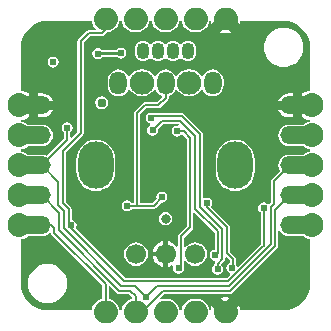
<source format=gtl>
G04*
G04 #@! TF.GenerationSoftware,Altium Limited,Altium Designer,20.1.11 (218)*
G04*
G04 Layer_Physical_Order=1*
G04 Layer_Color=255*
%FSLAX25Y25*%
%MOIN*%
G70*
G04*
G04 #@! TF.SameCoordinates,D123FD50-835F-4742-93E7-4C9011968B41*
G04*
G04*
G04 #@! TF.FilePolarity,Positive*
G04*
G01*
G75*
%ADD10C,0.00800*%
%ADD12C,0.01000*%
%ADD25C,0.01200*%
%ADD26C,0.03937*%
%ADD27O,0.11811X0.05906*%
%ADD28C,0.06693*%
%ADD29O,0.11811X0.15748*%
%ADD30O,0.05900X0.07677*%
%ADD31O,0.08100X0.07677*%
%ADD32O,0.04331X0.05512*%
%ADD33O,0.08000X0.07500*%
%ADD34O,0.07500X0.08000*%
%ADD35C,0.02400*%
%ADD36C,0.03100*%
%ADD37C,0.03200*%
G36*
X41094Y48035D02*
X42751Y47533D01*
X44279Y46716D01*
X45617Y45617D01*
X46716Y44279D01*
X47533Y42751D01*
X48035Y41094D01*
X48201Y39411D01*
X48193Y39370D01*
Y24961D01*
X47560Y24878D01*
X46404Y24399D01*
X45867Y23987D01*
X45594D01*
Y20000D01*
Y16013D01*
X45867D01*
X46404Y15601D01*
X47560Y15122D01*
X48106Y15050D01*
Y14546D01*
X47664Y14488D01*
X46606Y14050D01*
X45998Y13583D01*
X41142D01*
X40214Y13461D01*
X39350Y13103D01*
X38608Y12534D01*
X38038Y11792D01*
X37680Y10927D01*
X37558Y10000D01*
X37680Y9072D01*
X38038Y8208D01*
X38608Y7466D01*
X39350Y6897D01*
X40214Y6539D01*
X41142Y6417D01*
X45998D01*
X46606Y5950D01*
X47664Y5512D01*
X48193Y5442D01*
Y4558D01*
X47664Y4488D01*
X46606Y4050D01*
X45998Y3583D01*
X41142D01*
X40214Y3461D01*
X39350Y3103D01*
X38608Y2534D01*
X38038Y1792D01*
X37680Y927D01*
X37558Y-0D01*
X37680Y-927D01*
X38038Y-1792D01*
X38067Y-1829D01*
X35500Y-4397D01*
X35278Y-4728D01*
X35201Y-5118D01*
Y-12433D01*
X34649Y-12985D01*
X34018Y-12941D01*
X33975Y-12876D01*
X33380Y-12478D01*
X32677Y-12338D01*
X31975Y-12478D01*
X31380Y-12876D01*
X30982Y-13471D01*
X30842Y-14173D01*
X30982Y-14876D01*
X31380Y-15471D01*
X31658Y-15657D01*
Y-26311D01*
X24263Y-33706D01*
X23788Y-33599D01*
X23730Y-33531D01*
X23460Y-33127D01*
Y-31102D01*
X23383Y-30712D01*
X23162Y-30381D01*
X21492Y-28712D01*
Y-20472D01*
X21414Y-20082D01*
X21193Y-19751D01*
X15182Y-13740D01*
X15475Y-13301D01*
X15615Y-12598D01*
X15475Y-11896D01*
X15077Y-11301D01*
X14482Y-10903D01*
X13780Y-10763D01*
X13077Y-10903D01*
X12928Y-11002D01*
X12487Y-10767D01*
Y10480D01*
X12410Y10870D01*
X12189Y11201D01*
X6133Y17256D01*
X5802Y17477D01*
X5412Y17555D01*
X-3937D01*
X-4260Y17491D01*
X-4724Y17583D01*
X-5427Y17444D01*
X-6022Y17046D01*
X-6420Y16450D01*
X-6560Y15748D01*
X-6420Y15046D01*
X-6022Y14450D01*
X-5427Y14052D01*
X-5134Y13994D01*
X-5066Y13667D01*
X-5082Y13474D01*
X-5628Y13109D01*
X-6026Y12513D01*
X-6166Y11811D01*
X-6026Y11109D01*
X-5628Y10513D01*
X-5033Y10115D01*
X-4331Y9976D01*
X-3628Y10115D01*
X-3033Y10513D01*
X-2635Y11109D01*
X-2495Y11811D01*
X-2561Y12139D01*
X-784Y13916D01*
X4239D01*
X4434Y13664D01*
X4152Y13210D01*
X3937Y13253D01*
X3235Y13113D01*
X2639Y12715D01*
X2241Y12120D01*
X2102Y11417D01*
X2241Y10715D01*
X2639Y10120D01*
X3235Y9722D01*
X3937Y9582D01*
X4639Y9722D01*
X5235Y10120D01*
X5240Y10128D01*
X5848Y10178D01*
X7248Y8778D01*
Y-20050D01*
X4397Y-22901D01*
X4176Y-23232D01*
X4098Y-23622D01*
Y-26908D01*
X3599Y-27077D01*
X3100Y-26428D01*
X2192Y-25731D01*
X1135Y-25293D01*
X750Y-25242D01*
Y-29528D01*
Y-33813D01*
X1135Y-33762D01*
X2192Y-33324D01*
X2212Y-33309D01*
X2437Y-33437D01*
X2620Y-33626D01*
X2495Y-34252D01*
X2635Y-34954D01*
X3033Y-35550D01*
X3628Y-35947D01*
X4331Y-36087D01*
X5033Y-35947D01*
X5628Y-35550D01*
X6026Y-34954D01*
X6166Y-34252D01*
X6073Y-33787D01*
X6138Y-33465D01*
Y-32003D01*
X6638Y-31834D01*
X7028Y-32342D01*
X7852Y-32975D01*
X8812Y-33372D01*
X9843Y-33508D01*
X10873Y-33372D01*
X11833Y-32975D01*
X12657Y-32342D01*
X13290Y-31518D01*
X13687Y-30558D01*
X13823Y-29528D01*
X13687Y-28497D01*
X13290Y-27537D01*
X12657Y-26713D01*
X11833Y-26080D01*
X10873Y-25683D01*
X9843Y-25547D01*
X8812Y-25683D01*
X7852Y-26080D01*
X7028Y-26713D01*
X6638Y-27221D01*
X6138Y-27052D01*
Y-24044D01*
X8989Y-21193D01*
X9210Y-20863D01*
X9287Y-20472D01*
Y-16007D01*
X9749Y-15816D01*
X16342Y-22409D01*
Y-28124D01*
X15833Y-28226D01*
X15238Y-28624D01*
X14840Y-29219D01*
X14700Y-29921D01*
X14840Y-30624D01*
X15238Y-31219D01*
X15833Y-31617D01*
X16288Y-31707D01*
X16376Y-31818D01*
X16514Y-32232D01*
X16381Y-32432D01*
X16303Y-32822D01*
Y-33162D01*
X16025Y-33348D01*
X15627Y-33943D01*
X15488Y-34646D01*
X15627Y-35348D01*
X16025Y-35943D01*
X16621Y-36341D01*
X17323Y-36481D01*
X18025Y-36341D01*
X18621Y-35943D01*
X19018Y-35348D01*
X19158Y-34646D01*
X19018Y-33943D01*
X18621Y-33348D01*
X18586Y-33000D01*
X19619Y-31968D01*
X19840Y-31637D01*
X19917Y-31247D01*
Y-31212D01*
X19981Y-30889D01*
Y-30738D01*
X20443Y-30547D01*
X21421Y-31525D01*
Y-32541D01*
X21345Y-32556D01*
X20750Y-32954D01*
X20352Y-33550D01*
X20212Y-34252D01*
X20352Y-34954D01*
X20750Y-35550D01*
X21326Y-35935D01*
X21394Y-35993D01*
X21501Y-36467D01*
X20405Y-37563D01*
X-13279D01*
X-29936Y-20905D01*
X-29801Y-20702D01*
X-29661Y-20000D01*
X-29801Y-19298D01*
X-30198Y-18702D01*
X-30794Y-18304D01*
X-31277Y-18208D01*
Y-14448D01*
X-31354Y-14058D01*
X-31575Y-13727D01*
X-33099Y-12203D01*
Y4534D01*
X-27626Y10008D01*
X-27404Y10339D01*
X-27327Y10729D01*
Y40916D01*
X-25128Y43115D01*
X-21220D01*
X-20830Y43193D01*
X-20499Y43414D01*
X-19462Y44450D01*
X-18614Y44562D01*
X-17556Y45000D01*
X-16647Y45698D01*
X-15950Y46606D01*
X-15512Y47664D01*
X-15442Y48193D01*
X-14558D01*
X-14488Y47664D01*
X-14050Y46606D01*
X-13352Y45698D01*
X-12444Y45000D01*
X-11386Y44562D01*
X-10250Y44412D01*
X-9750D01*
X-8614Y44562D01*
X-7556Y45000D01*
X-6647Y45698D01*
X-5950Y46606D01*
X-5512Y47664D01*
X-5442Y48193D01*
X-4558D01*
X-4488Y47664D01*
X-4050Y46606D01*
X-3353Y45698D01*
X-2444Y45000D01*
X-1386Y44562D01*
X-250Y44412D01*
X250D01*
X1386Y44562D01*
X2444Y45000D01*
X3353Y45698D01*
X4050Y46606D01*
X4488Y47664D01*
X4558Y48193D01*
X5442D01*
X5512Y47664D01*
X5950Y46606D01*
X6647Y45698D01*
X7556Y45000D01*
X8614Y44562D01*
X9750Y44412D01*
X10250D01*
X11386Y44562D01*
X12444Y45000D01*
X13352Y45698D01*
X14050Y46606D01*
X14488Y47664D01*
X14546Y48106D01*
X15050D01*
X15122Y47560D01*
X15601Y46404D01*
X16362Y45412D01*
X17355Y44651D01*
X18510Y44172D01*
X19750Y44009D01*
X20250D01*
X21490Y44172D01*
X22646Y44651D01*
X23638Y45412D01*
X24399Y46404D01*
X24878Y47560D01*
X24961Y48193D01*
X39370D01*
X39411Y48201D01*
X41094Y48035D01*
D02*
G37*
G36*
X-39370Y48193D02*
X-24558D01*
X-24488Y47664D01*
X-24050Y46606D01*
X-23352Y45698D01*
X-23261Y45628D01*
X-23422Y45154D01*
X-25550D01*
X-25941Y45077D01*
X-26272Y44855D01*
X-29067Y42059D01*
X-29288Y41729D01*
X-29366Y41339D01*
Y11152D01*
X-31280Y9238D01*
X-31742Y9429D01*
Y11127D01*
X-31464Y11313D01*
X-31066Y11909D01*
X-30926Y12611D01*
X-31066Y13313D01*
X-31464Y13909D01*
X-32059Y14306D01*
X-32762Y14446D01*
X-33464Y14306D01*
X-34059Y13909D01*
X-34457Y13313D01*
X-34597Y12611D01*
X-34457Y11909D01*
X-34059Y11313D01*
X-33781Y11127D01*
Y8999D01*
X-39581Y3199D01*
X-40214Y3461D01*
X-41142Y3583D01*
X-45998D01*
X-46606Y4050D01*
X-47664Y4488D01*
X-48193Y4558D01*
Y5442D01*
X-47664Y5512D01*
X-46606Y5950D01*
X-45998Y6417D01*
X-41142D01*
X-40214Y6539D01*
X-39350Y6897D01*
X-38608Y7466D01*
X-38038Y8208D01*
X-37680Y9073D01*
X-37558Y10000D01*
X-37680Y10927D01*
X-38038Y11792D01*
X-38608Y12534D01*
X-39350Y13103D01*
X-40214Y13461D01*
X-41142Y13583D01*
X-45998D01*
X-46606Y14050D01*
X-47664Y14488D01*
X-48106Y14546D01*
Y15050D01*
X-47560Y15122D01*
X-46404Y15601D01*
X-45867Y16013D01*
X-45594D01*
Y20000D01*
Y23987D01*
X-45867D01*
X-46404Y24399D01*
X-47560Y24878D01*
X-48193Y24961D01*
Y39370D01*
X-48201Y39411D01*
X-48035Y41094D01*
X-47533Y42751D01*
X-46716Y44279D01*
X-45617Y45617D01*
X-44279Y46716D01*
X-42751Y47533D01*
X-41094Y48035D01*
X-39411Y48201D01*
X-39370Y48193D01*
D02*
G37*
G36*
X-16091Y-42504D02*
X-15760Y-42725D01*
X-15370Y-42802D01*
X-12126D01*
X-11020Y-43908D01*
Y-44514D01*
X-11386Y-44562D01*
X-12444Y-45000D01*
X-13352Y-45698D01*
X-14050Y-46606D01*
X-14488Y-47664D01*
X-14558Y-48193D01*
X-15442D01*
X-15512Y-47664D01*
X-15950Y-46606D01*
X-16647Y-45698D01*
X-17556Y-45000D01*
X-18614Y-44562D01*
X-18980Y-44514D01*
Y-40268D01*
X-18519Y-40076D01*
X-16091Y-42504D01*
D02*
G37*
G36*
X38038Y-21792D02*
X38608Y-22534D01*
X39350Y-23103D01*
X40214Y-23461D01*
X41142Y-23583D01*
X45998D01*
X46606Y-24050D01*
X47664Y-24488D01*
X48193Y-24558D01*
Y-39370D01*
X48201Y-39411D01*
X48035Y-41094D01*
X47533Y-42751D01*
X46716Y-44279D01*
X45617Y-45617D01*
X44279Y-46716D01*
X42751Y-47533D01*
X41094Y-48035D01*
X39411Y-48201D01*
X39370Y-48193D01*
X24961D01*
X24878Y-47560D01*
X24399Y-46404D01*
X23638Y-45412D01*
X22646Y-44651D01*
X21490Y-44172D01*
X20250Y-44009D01*
X19750D01*
X18510Y-44172D01*
X17355Y-44651D01*
X16362Y-45412D01*
X15601Y-46404D01*
X15122Y-47560D01*
X15050Y-48106D01*
X14546D01*
X14488Y-47664D01*
X14050Y-46606D01*
X13352Y-45698D01*
X12444Y-45000D01*
X11386Y-44562D01*
X10250Y-44412D01*
X9750D01*
X8614Y-44562D01*
X7556Y-45000D01*
X6647Y-45698D01*
X5950Y-46606D01*
X5512Y-47664D01*
X5442Y-48193D01*
X4558D01*
X4488Y-47664D01*
X4050Y-46606D01*
X3353Y-45698D01*
X2444Y-45000D01*
X1386Y-44562D01*
X250Y-44412D01*
X-250D01*
X-1386Y-44562D01*
X-1526Y-44620D01*
X-1810Y-44196D01*
X-416Y-42802D01*
X21588D01*
X21978Y-42725D01*
X22309Y-42504D01*
X37237Y-27575D01*
X37458Y-27245D01*
X37535Y-26855D01*
Y-21884D01*
X38035Y-21784D01*
X38038Y-21792D01*
D02*
G37*
G36*
X-38070Y-22654D02*
X-38038Y-22814D01*
X-37817Y-23145D01*
X-21020Y-39943D01*
Y-44514D01*
X-21386Y-44562D01*
X-22444Y-45000D01*
X-23352Y-45698D01*
X-24050Y-46606D01*
X-24488Y-47664D01*
X-24558Y-48193D01*
X-39370D01*
X-39411Y-48201D01*
X-41094Y-48035D01*
X-42751Y-47533D01*
X-44279Y-46716D01*
X-45617Y-45617D01*
X-46716Y-44279D01*
X-47533Y-42751D01*
X-48035Y-41094D01*
X-48201Y-39411D01*
X-48193Y-39370D01*
Y-24558D01*
X-47664Y-24488D01*
X-46606Y-24050D01*
X-45998Y-23583D01*
X-41142D01*
X-40214Y-23461D01*
X-39350Y-23103D01*
X-38608Y-22534D01*
X-38605Y-22529D01*
X-38070Y-22654D01*
D02*
G37*
%LPC*%
G36*
X7500Y41569D02*
X6778Y41474D01*
X6105Y41195D01*
X5528Y40752D01*
X5314Y40473D01*
X4686D01*
X4472Y40752D01*
X3895Y41195D01*
X3222Y41474D01*
X2500Y41569D01*
X1778Y41474D01*
X1105Y41195D01*
X528Y40752D01*
X314Y40473D01*
X-314D01*
X-528Y40752D01*
X-1105Y41195D01*
X-1778Y41474D01*
X-2500Y41569D01*
X-3222Y41474D01*
X-3895Y41195D01*
X-4472Y40752D01*
X-4686Y40473D01*
X-5314D01*
X-5528Y40752D01*
X-6105Y41195D01*
X-6778Y41474D01*
X-7500Y41569D01*
X-8222Y41474D01*
X-8895Y41195D01*
X-9472Y40752D01*
X-9916Y40174D01*
X-10194Y39501D01*
X-10289Y38780D01*
Y37598D01*
X-10194Y36876D01*
X-9916Y36204D01*
X-9472Y35626D01*
X-8895Y35183D01*
X-8222Y34904D01*
X-7500Y34809D01*
X-6778Y34904D01*
X-6105Y35183D01*
X-5528Y35626D01*
X-5314Y35905D01*
X-4686D01*
X-4472Y35626D01*
X-3895Y35183D01*
X-3222Y34904D01*
X-2500Y34809D01*
X-1778Y34904D01*
X-1105Y35183D01*
X-528Y35626D01*
X-314Y35905D01*
X314D01*
X528Y35626D01*
X1105Y35183D01*
X1778Y34904D01*
X2500Y34809D01*
X3222Y34904D01*
X3895Y35183D01*
X4472Y35626D01*
X4686Y35905D01*
X5314D01*
X5528Y35626D01*
X6105Y35183D01*
X6778Y34904D01*
X7500Y34809D01*
X8222Y34904D01*
X8895Y35183D01*
X9472Y35626D01*
X9916Y36204D01*
X10194Y36876D01*
X10289Y37598D01*
Y38780D01*
X10194Y39501D01*
X9916Y40174D01*
X9472Y40752D01*
X8895Y41195D01*
X8222Y41474D01*
X7500Y41569D01*
D02*
G37*
G36*
X-14961Y39237D02*
X-15663Y39097D01*
X-16258Y38699D01*
X-16409Y38474D01*
X-21251D01*
X-21336Y38601D01*
X-21931Y38999D01*
X-22633Y39138D01*
X-23336Y38999D01*
X-23931Y38601D01*
X-24329Y38006D01*
X-24468Y37303D01*
X-24329Y36601D01*
X-23931Y36005D01*
X-23336Y35608D01*
X-22633Y35468D01*
X-21931Y35608D01*
X-21336Y36005D01*
X-21185Y36231D01*
X-16343D01*
X-16258Y36104D01*
X-15663Y35706D01*
X-14961Y35566D01*
X-14258Y35706D01*
X-13663Y36104D01*
X-13265Y36699D01*
X-13125Y37402D01*
X-13265Y38104D01*
X-13663Y38699D01*
X-14258Y39097D01*
X-14961Y39237D01*
D02*
G37*
G36*
X39370Y45907D02*
X38095Y45781D01*
X36869Y45410D01*
X35738Y44805D01*
X34748Y43992D01*
X33935Y43002D01*
X33331Y41872D01*
X32959Y40645D01*
X32833Y39370D01*
X32959Y38095D01*
X33331Y36869D01*
X33935Y35738D01*
X34748Y34748D01*
X35738Y33935D01*
X36869Y33331D01*
X38095Y32959D01*
X39370Y32833D01*
X40645Y32959D01*
X41872Y33331D01*
X43002Y33935D01*
X43992Y34748D01*
X44805Y35738D01*
X45410Y36869D01*
X45781Y38095D01*
X45907Y39370D01*
X45781Y40645D01*
X45410Y41872D01*
X44805Y43002D01*
X43992Y43992D01*
X43002Y44805D01*
X41872Y45410D01*
X40645Y45781D01*
X39370Y45907D01*
D02*
G37*
G36*
X8085Y32036D02*
X7663D01*
X6504Y31883D01*
X5424Y31436D01*
X4497Y30725D01*
X3811Y29831D01*
X3652Y29809D01*
X3264Y29845D01*
X3101Y30238D01*
X2532Y30979D01*
X1790Y31549D01*
X927Y31906D01*
X0Y32028D01*
X-927Y31906D01*
X-1790Y31549D01*
X-2532Y30979D01*
X-3101Y30238D01*
X-3264Y29845D01*
X-3652Y29809D01*
X-3811Y29831D01*
X-4497Y30725D01*
X-5424Y31436D01*
X-6504Y31883D01*
X-7663Y32036D01*
X-8085D01*
X-9244Y31883D01*
X-10324Y31436D01*
X-11251Y30725D01*
X-11937Y29831D01*
X-12096Y29809D01*
X-12484Y29845D01*
X-12647Y30238D01*
X-13216Y30979D01*
X-13958Y31549D01*
X-14821Y31906D01*
X-15748Y32028D01*
X-16675Y31906D01*
X-17538Y31549D01*
X-18280Y30979D01*
X-18849Y30238D01*
X-19207Y29374D01*
X-19329Y28448D01*
Y26671D01*
X-19207Y25744D01*
X-18849Y24880D01*
X-18280Y24139D01*
X-17538Y23570D01*
X-16675Y23212D01*
X-15748Y23090D01*
X-14821Y23212D01*
X-13958Y23570D01*
X-13216Y24139D01*
X-12647Y24880D01*
X-12484Y25273D01*
X-12096Y25309D01*
X-11937Y25288D01*
X-11251Y24393D01*
X-10324Y23682D01*
X-9244Y23235D01*
X-8085Y23082D01*
X-7663D01*
X-6504Y23235D01*
X-5424Y23682D01*
X-4497Y24393D01*
X-3811Y25288D01*
X-3652Y25309D01*
X-3264Y25273D01*
X-3101Y24880D01*
X-2532Y24139D01*
X-1790Y23570D01*
X-1156Y23307D01*
X-1094Y22788D01*
X-2785Y21098D01*
X-6770D01*
X-7160Y21021D01*
X-7491Y20800D01*
X-10170Y18121D01*
X-10391Y17790D01*
X-10468Y17400D01*
Y-12366D01*
X-11316D01*
X-11502Y-12088D01*
X-12097Y-11690D01*
X-12800Y-11551D01*
X-13502Y-11690D01*
X-14097Y-12088D01*
X-14495Y-12684D01*
X-14635Y-13386D01*
X-14495Y-14088D01*
X-14097Y-14683D01*
X-13502Y-15081D01*
X-12800Y-15221D01*
X-12097Y-15081D01*
X-11502Y-14683D01*
X-11316Y-14405D01*
X-3962D01*
X-3572Y-14328D01*
X-3241Y-14107D01*
X-1534Y-12400D01*
X-1206Y-12465D01*
X-504Y-12325D01*
X91Y-11928D01*
X489Y-11332D01*
X629Y-10630D01*
X489Y-9928D01*
X91Y-9332D01*
X-504Y-8934D01*
X-1206Y-8795D01*
X-1909Y-8934D01*
X-2504Y-9332D01*
X-2902Y-9928D01*
X-3042Y-10630D01*
X-2976Y-10958D01*
X-4385Y-12366D01*
X-8429D01*
Y16978D01*
X-6348Y19059D01*
X-2362D01*
X-1972Y19137D01*
X-1641Y19358D01*
X721Y21720D01*
X942Y22051D01*
X1020Y22441D01*
Y23250D01*
X1790Y23570D01*
X2532Y24139D01*
X3101Y24880D01*
X3264Y25273D01*
X3652Y25309D01*
X3811Y25288D01*
X4497Y24393D01*
X5424Y23682D01*
X6504Y23235D01*
X7663Y23082D01*
X8085D01*
X9244Y23235D01*
X10324Y23682D01*
X11251Y24393D01*
X11937Y25288D01*
X12096Y25309D01*
X12484Y25273D01*
X12647Y24880D01*
X13216Y24139D01*
X13958Y23570D01*
X14821Y23212D01*
X15748Y23090D01*
X16675Y23212D01*
X17538Y23570D01*
X18280Y24139D01*
X18849Y24880D01*
X19207Y25744D01*
X19329Y26671D01*
Y28448D01*
X19207Y29374D01*
X18849Y30238D01*
X18280Y30979D01*
X17538Y31549D01*
X16675Y31906D01*
X15748Y32028D01*
X14821Y31906D01*
X13958Y31549D01*
X13216Y30979D01*
X12647Y30238D01*
X12484Y29845D01*
X12096Y29809D01*
X11937Y29831D01*
X11251Y30725D01*
X10324Y31436D01*
X9244Y31883D01*
X8085Y32036D01*
D02*
G37*
G36*
X42595Y23987D02*
X41142D01*
X40110Y23851D01*
X39148Y23453D01*
X38323Y22819D01*
X37689Y21993D01*
X37485Y21500D01*
X42595D01*
Y23987D01*
D02*
G37*
G36*
X-21260Y23058D02*
X-22099Y22891D01*
X-22810Y22416D01*
X-23285Y21705D01*
X-23452Y20866D01*
X-23285Y20027D01*
X-22810Y19316D01*
X-22099Y18841D01*
X-21260Y18674D01*
X-20421Y18841D01*
X-19710Y19316D01*
X-19235Y20027D01*
X-19068Y20866D01*
X-19235Y21705D01*
X-19710Y22416D01*
X-20421Y22891D01*
X-21260Y23058D01*
D02*
G37*
G36*
X42595Y18500D02*
X37485D01*
X37689Y18007D01*
X38323Y17181D01*
X39148Y16547D01*
X40110Y16149D01*
X41142Y16013D01*
X42595D01*
Y18500D01*
D02*
G37*
G36*
X23228Y8506D02*
X21953Y8380D01*
X20727Y8008D01*
X19597Y7404D01*
X18606Y6591D01*
X17793Y5600D01*
X17189Y4470D01*
X16817Y3244D01*
X16691Y1969D01*
Y-1969D01*
X16817Y-3244D01*
X17189Y-4470D01*
X17793Y-5600D01*
X18606Y-6591D01*
X19597Y-7404D01*
X20727Y-8008D01*
X21953Y-8380D01*
X23228Y-8506D01*
X24504Y-8380D01*
X25730Y-8008D01*
X26860Y-7404D01*
X27851Y-6591D01*
X28664Y-5600D01*
X29268Y-4470D01*
X29640Y-3244D01*
X29765Y-1969D01*
Y1969D01*
X29640Y3244D01*
X29268Y4470D01*
X28664Y5600D01*
X27851Y6591D01*
X26860Y7404D01*
X25730Y8008D01*
X24504Y8380D01*
X23228Y8506D01*
D02*
G37*
G36*
X-23228D02*
X-24504Y8380D01*
X-25730Y8008D01*
X-26860Y7404D01*
X-27851Y6591D01*
X-28664Y5600D01*
X-29268Y4470D01*
X-29640Y3244D01*
X-29765Y1969D01*
Y-1969D01*
X-29640Y-3244D01*
X-29268Y-4470D01*
X-28664Y-5600D01*
X-27851Y-6591D01*
X-26860Y-7404D01*
X-25730Y-8008D01*
X-24504Y-8380D01*
X-23228Y-8506D01*
X-21953Y-8380D01*
X-20727Y-8008D01*
X-19597Y-7404D01*
X-18606Y-6591D01*
X-17793Y-5600D01*
X-17189Y-4470D01*
X-16817Y-3244D01*
X-16691Y-1969D01*
Y1969D01*
X-16817Y3244D01*
X-17189Y4470D01*
X-17793Y5600D01*
X-18606Y6591D01*
X-19597Y7404D01*
X-20727Y8008D01*
X-21953Y8380D01*
X-23228Y8506D01*
D02*
G37*
G36*
X0Y-15473D02*
X-858Y-15644D01*
X-1586Y-16130D01*
X-2072Y-16858D01*
X-2243Y-17717D01*
X-2072Y-18575D01*
X-1586Y-19303D01*
X-858Y-19789D01*
X0Y-19960D01*
X858Y-19789D01*
X1586Y-19303D01*
X2072Y-18575D01*
X2243Y-17717D01*
X2072Y-16858D01*
X1586Y-16130D01*
X858Y-15644D01*
X0Y-15473D01*
D02*
G37*
G36*
X-750Y-25242D02*
X-1135Y-25293D01*
X-2192Y-25731D01*
X-3100Y-26428D01*
X-3797Y-27336D01*
X-4235Y-28393D01*
X-4285Y-28778D01*
X-750D01*
Y-25242D01*
D02*
G37*
G36*
X-9843Y-25547D02*
X-10873Y-25683D01*
X-11833Y-26080D01*
X-12657Y-26713D01*
X-13290Y-27537D01*
X-13687Y-28497D01*
X-13823Y-29528D01*
X-13687Y-30558D01*
X-13290Y-31518D01*
X-12657Y-32342D01*
X-11833Y-32975D01*
X-10873Y-33372D01*
X-9843Y-33508D01*
X-8812Y-33372D01*
X-7852Y-32975D01*
X-7028Y-32342D01*
X-6395Y-31518D01*
X-5998Y-30558D01*
X-5862Y-29528D01*
X-5998Y-28497D01*
X-6395Y-27537D01*
X-7028Y-26713D01*
X-7852Y-26080D01*
X-8812Y-25683D01*
X-9843Y-25547D01*
D02*
G37*
G36*
X-750Y-30278D02*
X-4285D01*
X-4235Y-30662D01*
X-3797Y-31719D01*
X-3100Y-32627D01*
X-2192Y-33324D01*
X-1135Y-33762D01*
X-750Y-33813D01*
Y-30278D01*
D02*
G37*
G36*
X-37402Y36284D02*
X-38104Y36144D01*
X-38699Y35746D01*
X-39097Y35151D01*
X-39237Y34449D01*
X-39097Y33746D01*
X-38699Y33151D01*
X-38104Y32753D01*
X-37402Y32614D01*
X-36699Y32753D01*
X-36104Y33151D01*
X-35706Y33746D01*
X-35566Y34449D01*
X-35706Y35151D01*
X-36104Y35746D01*
X-36699Y36144D01*
X-37402Y36284D01*
D02*
G37*
G36*
X-41142Y23987D02*
X-42595D01*
Y21500D01*
X-37485D01*
X-37689Y21993D01*
X-38323Y22819D01*
X-39148Y23453D01*
X-40110Y23851D01*
X-41142Y23987D01*
D02*
G37*
G36*
X-37485Y18500D02*
X-42595D01*
Y16013D01*
X-41142D01*
X-40110Y16149D01*
X-39148Y16547D01*
X-38323Y17181D01*
X-37689Y18007D01*
X-37485Y18500D01*
D02*
G37*
G36*
X-39370Y-32833D02*
X-40645Y-32959D01*
X-41872Y-33331D01*
X-43002Y-33935D01*
X-43992Y-34748D01*
X-44805Y-35738D01*
X-45410Y-36869D01*
X-45781Y-38095D01*
X-45907Y-39370D01*
X-45781Y-40645D01*
X-45410Y-41872D01*
X-44805Y-43002D01*
X-43992Y-43992D01*
X-43002Y-44805D01*
X-41872Y-45410D01*
X-40645Y-45781D01*
X-39370Y-45907D01*
X-38095Y-45781D01*
X-36869Y-45410D01*
X-35738Y-44805D01*
X-34748Y-43992D01*
X-33935Y-43002D01*
X-33331Y-41872D01*
X-32959Y-40645D01*
X-32833Y-39370D01*
X-32959Y-38095D01*
X-33331Y-36869D01*
X-33935Y-35738D01*
X-34748Y-34748D01*
X-35738Y-33935D01*
X-36869Y-33331D01*
X-38095Y-32959D01*
X-39370Y-32833D01*
D02*
G37*
%LPD*%
D10*
X32677Y-26733D02*
Y-14173D01*
X32443Y-26967D02*
X32677Y-26733D01*
X13780Y-13780D02*
Y-12598D01*
Y-13780D02*
X20472Y-20472D01*
Y-29134D02*
Y-20472D01*
X11468Y-13830D02*
X18962Y-21324D01*
Y-30889D02*
Y-21324D01*
X17323Y-34646D02*
Y-32822D01*
X18898Y-31247D01*
X21588Y-41783D02*
X36516Y-26855D01*
Y-14823D01*
X-13701Y-38583D02*
X20828D01*
X-838Y-41783D02*
X21588D01*
X21208Y-40183D02*
X35116Y-26275D01*
X-2920Y-40183D02*
X21208D01*
X20828Y-38583D02*
X32443Y-26967D01*
X35116Y-26275D02*
Y-13960D01*
X22047Y-34252D02*
X22441Y-33858D01*
Y-31102D01*
X18898Y-30953D02*
X18962Y-30889D01*
X18898Y-31247D02*
Y-30953D01*
X20472Y-29134D02*
X22441Y-31102D01*
X11468Y-13830D02*
Y10480D01*
X35116Y-13960D02*
X36220Y-12855D01*
X36516Y-14823D02*
X41339Y-10000D01*
X36220Y-12855D02*
Y-5118D01*
X41339Y0D01*
X8268Y-20472D02*
Y9200D01*
X6051Y11417D02*
X8268Y9200D01*
X3937Y11417D02*
X6051D01*
X-10236Y-40183D02*
X-6578Y-43841D01*
X-2920Y-40183D01*
X-7855Y-48800D02*
X-838Y-41783D01*
X16535Y-29921D02*
X17362Y-29095D01*
X9868Y-14493D02*
X17362Y-21987D01*
Y-29095D02*
Y-21987D01*
X5118Y-23622D02*
X8268Y-20472D01*
X5118Y-33465D02*
Y-23622D01*
X4331Y-34252D02*
X5118Y-33465D01*
X-28346Y10729D02*
Y41339D01*
X-34119Y4957D02*
X-28346Y10729D01*
X-34119Y-12625D02*
Y4957D01*
X-32762Y8577D02*
Y12611D01*
X-41339Y0D02*
X-32762Y8577D01*
X-6770Y20079D02*
X-2362D01*
X-9449Y17400D02*
X-6770Y20079D01*
X-9449Y-13386D02*
Y17400D01*
X-2362Y20079D02*
X0Y22441D01*
X-37096Y-22424D02*
X-20000Y-39520D01*
X-37096Y-22424D02*
Y-20973D01*
X-20000Y-48800D02*
Y-39520D01*
X-34119Y-12625D02*
X-32296Y-14448D01*
Y-19200D02*
Y-14448D01*
Y-19200D02*
X-31496Y-20000D01*
X-33896Y-20994D02*
Y-15180D01*
X-35827Y-13249D02*
X-33896Y-15180D01*
X-41339Y-10000D02*
X-35496Y-15843D01*
Y-21657D02*
Y-15843D01*
X-10000Y-47613D02*
Y-43486D01*
X-11703Y-41783D02*
X-10000Y-43486D01*
X-15370Y-41783D02*
X-11703D01*
X-35496Y-21657D02*
X-15370Y-41783D01*
X-14707Y-40183D02*
X-10236D01*
X-31496Y-20787D02*
X-13701Y-38583D01*
X-38069Y-20000D02*
X-37096Y-20973D01*
X-33896Y-20994D02*
X-14707Y-40183D01*
X-31496Y-20787D02*
Y-20000D01*
X-28346Y41339D02*
X-25550Y44135D01*
X-12800Y-13386D02*
X-9449D01*
X-3962D01*
X-1206Y-10630D01*
X0Y22441D02*
Y27559D01*
X-20000Y45354D02*
Y48800D01*
X-21220Y44135D02*
X-20000Y45354D01*
X-25550Y44135D02*
X-21220D01*
X-10000Y-48800D02*
X-7855D01*
X-41339Y0D02*
X-35827Y-5512D01*
Y-13249D02*
Y-5512D01*
X9868Y-14493D02*
Y9817D01*
X5412Y16535D02*
X11468Y10480D01*
X4750Y14935D02*
X9868Y9817D01*
X-4331Y11811D02*
X-1206Y14935D01*
X-41339Y-20000D02*
X-38069D01*
X-41339Y-21455D02*
Y-20000D01*
X-1206Y14935D02*
X4750D01*
X-3937Y16535D02*
X5412D01*
X-4724Y15748D02*
X-3937Y16535D01*
D12*
X-15010Y37352D02*
X-14961Y37402D01*
X-22584Y37352D02*
X-15010D01*
X-22633Y37303D02*
X-22584Y37352D01*
D25*
X47613Y20000D02*
X47613Y20000D01*
X41339Y20000D02*
X47613D01*
D26*
X20000Y48800D02*
X24082Y44718D01*
X16287Y45087D02*
X20000Y48800D01*
X19894Y-48727D02*
X23617Y-45005D01*
X16402Y-45236D02*
X19894Y-48727D01*
D27*
X44094Y20000D02*
D03*
Y10000D02*
D03*
Y-0D02*
D03*
Y-10000D02*
D03*
Y-20000D02*
D03*
X-44094Y-20000D02*
D03*
Y-10000D02*
D03*
Y0D02*
D03*
Y10000D02*
D03*
Y20000D02*
D03*
D28*
X-9843Y-29528D02*
D03*
X0D02*
D03*
X9843D02*
D03*
D29*
X-23228Y0D02*
D03*
X23228D02*
D03*
D30*
X0Y27559D02*
D03*
X15748D02*
D03*
X-15748D02*
D03*
D31*
X7874D02*
D03*
X-7874D02*
D03*
D32*
X7500Y38189D02*
D03*
X-7500D02*
D03*
X-2500D02*
D03*
X2500D02*
D03*
D33*
X-10000Y-48800D02*
D03*
X10000D02*
D03*
X20000D02*
D03*
X-20000D02*
D03*
X0D02*
D03*
X-20000Y48800D02*
D03*
X-10000D02*
D03*
X0D02*
D03*
X10000D02*
D03*
X20000D02*
D03*
D34*
X-48800Y-20000D02*
D03*
Y-10000D02*
D03*
Y0D02*
D03*
Y10000D02*
D03*
Y20000D02*
D03*
X48800D02*
D03*
Y10000D02*
D03*
Y0D02*
D03*
Y-10000D02*
D03*
Y-20000D02*
D03*
D35*
X32677Y-14173D02*
D03*
X18898Y-14961D02*
D03*
X17323Y-34646D02*
D03*
X22047Y-34252D02*
D03*
X13780Y-12598D02*
D03*
X-37402Y34449D02*
D03*
X-2088Y2088D02*
D03*
Y-2088D02*
D03*
X2088D02*
D03*
Y2088D02*
D03*
X-6578Y-43841D02*
D03*
X16535Y-29921D02*
D03*
X-14930Y-44094D02*
D03*
X4331Y-34252D02*
D03*
X-32762Y12611D02*
D03*
X-14805Y44738D02*
D03*
X-31496Y-20000D02*
D03*
X14919Y-26779D02*
D03*
X27559Y-46505D02*
D03*
X32283Y-42913D02*
D03*
X42126Y-29134D02*
D03*
X-29528Y-37402D02*
D03*
X-37402Y-29528D02*
D03*
X-5512Y-24409D02*
D03*
X12598Y-24016D02*
D03*
X33465Y-1969D02*
D03*
Y3937D02*
D03*
Y9843D02*
D03*
Y15354D02*
D03*
Y21654D02*
D03*
X38583Y28740D02*
D03*
X28346Y39764D02*
D03*
X-34449Y42126D02*
D03*
Y46081D02*
D03*
X-42566Y26575D02*
D03*
X-33465Y25591D02*
D03*
X-16295Y7409D02*
D03*
X-19106Y9317D02*
D03*
X-25591Y10630D02*
D03*
X-25748Y17181D02*
D03*
X-45276Y-29528D02*
D03*
X-27559Y-43307D02*
D03*
X-19750Y-24540D02*
D03*
X-29921Y-10000D02*
D03*
X-13077Y3150D02*
D03*
X0Y11811D02*
D03*
X2066Y-11392D02*
D03*
X0Y-22835D02*
D03*
X-12800Y-13386D02*
D03*
X-1206Y-10630D02*
D03*
X-22633Y37303D02*
D03*
X-14961Y37402D02*
D03*
X-15268Y-29134D02*
D03*
X-15317Y-24540D02*
D03*
X-4331Y11811D02*
D03*
X-4724Y15748D02*
D03*
X3937Y11417D02*
D03*
D36*
X-21260Y20866D02*
D03*
D37*
X0Y-17717D02*
D03*
M02*

</source>
